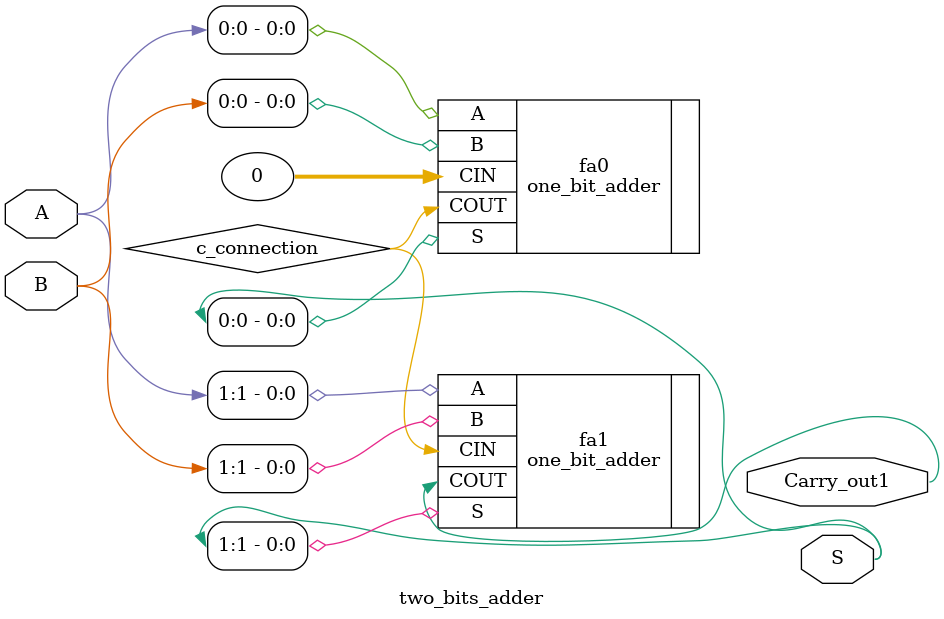
<source format=v>
`timescale 1ns / 1ps


module two_bits_adder(input [1:0]A, B, output Carry_out1, output [1:0]S);
wire c_connection;

one_bit_adder fa0 (.A(A[0]), .B(B[0]), .CIN(0), .S(S[0]), .COUT(c_connection));
one_bit_adder fa1 (.A(A[1]), .B(B[1]), .CIN(c_connection), .S(S[1]), .COUT(Carry_out1));

endmodule

</source>
